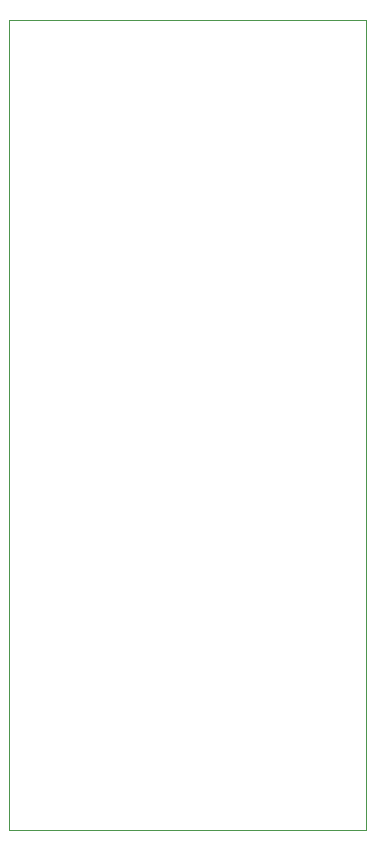
<source format=gbr>
%TF.GenerationSoftware,KiCad,Pcbnew,8.0.3*%
%TF.CreationDate,2024-07-05T15:20:34+05:30*%
%TF.ProjectId,multilayer1,6d756c74-696c-4617-9965-72312e6b6963,rev?*%
%TF.SameCoordinates,Original*%
%TF.FileFunction,Profile,NP*%
%FSLAX46Y46*%
G04 Gerber Fmt 4.6, Leading zero omitted, Abs format (unit mm)*
G04 Created by KiCad (PCBNEW 8.0.3) date 2024-07-05 15:20:34*
%MOMM*%
%LPD*%
G01*
G04 APERTURE LIST*
%TA.AperFunction,Profile*%
%ADD10C,0.050000*%
%TD*%
G04 APERTURE END LIST*
D10*
X149606000Y-69850000D02*
X179832000Y-69850000D01*
X179832000Y-138430000D01*
X149606000Y-138430000D01*
X149606000Y-69850000D01*
M02*

</source>
